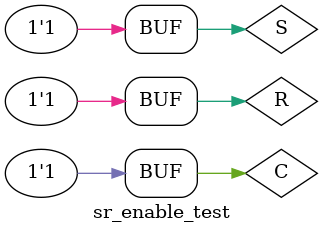
<source format=v>
`timescale 1ns / 1ps


module sr_enable_test();
    reg S;
    reg R;
    reg C;
    wire Q;
    wire Qn;
    
    sr_latch_enabled uut(S, R,C,Q,Qn);
    initial begin
        S =0;   R=0;  C=0;   #150; //memory
        S =1;   R=0;  C=1;   #150;
        S =0;   R=1;  C=1;   #150;
        S =0;   R=0;  C=1;   #150;
        S =0;   R=0;  C=0;   #150; //memory
        S =1;   R=1;  C=1;   #150; //forbidden
     end
endmodule

</source>
